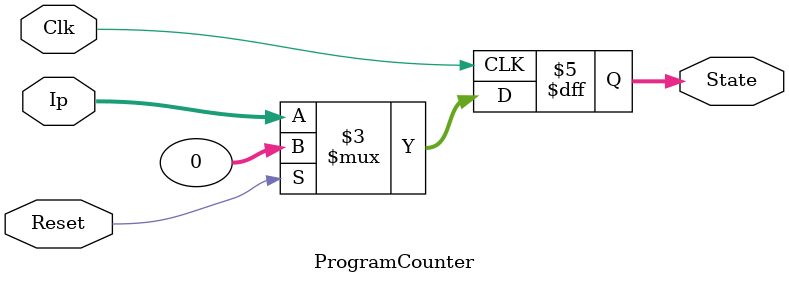
<source format=v>
`timescale 1ns / 1ps

module ProgramCounter(output reg[31:0] State, input[31:0] Ip, input Reset, input Clk);

always@(posedge Clk)
begin
	if(Reset)
		State <= 0;
	else
		State <= Ip;
end

endmodule

</source>
